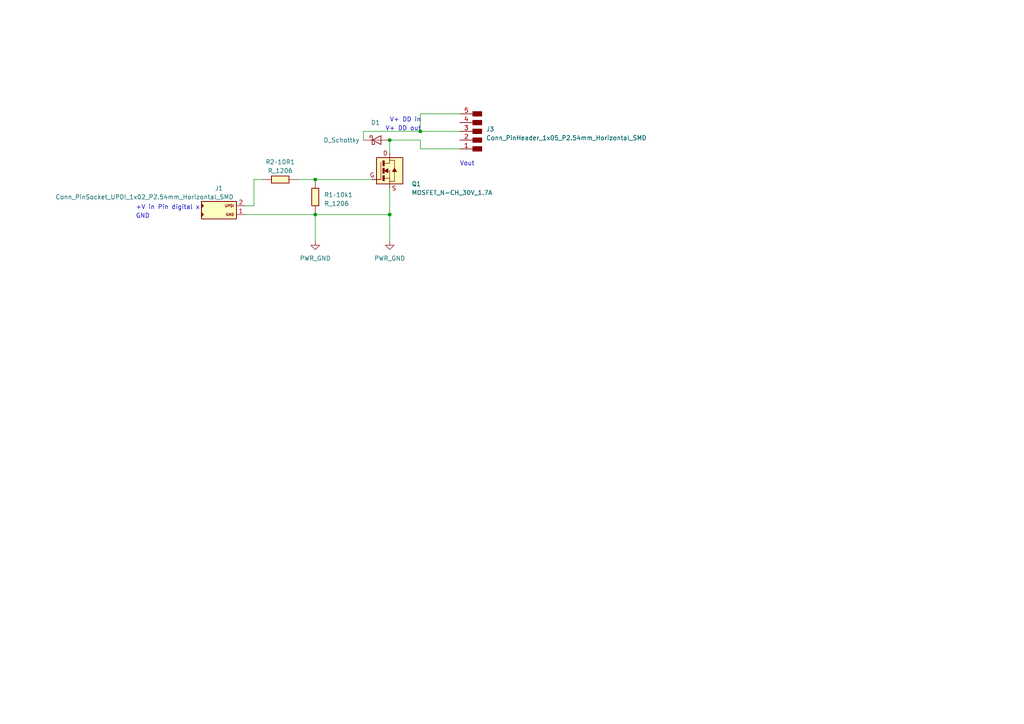
<source format=kicad_sch>
(kicad_sch (version 20230121) (generator eeschema)
  (paper "A4")
  (lib_symbols
    (symbol "fab:Conn_PinHeader_1x05_P2.54mm_Horizontal_SMD" (pin_names hide)
      (property "Reference" "J" (at 0 7.62 0))
      (property "Value" "Conn_PinHeader_1x05_P2.54mm_Horizontal_SMD" (at 0 -7.62 0))
      (symbol "Conn_PinHeader_1x05_P2.54mm_Horizontal_SMD_1_1"
        (rectangle (start -1.27 -4.445) (end 1.27 -5.715) (stroke (width 0.254)) (fill (type outline)))
        (rectangle (start -1.27 -1.905) (end 1.27 -3.175) (stroke (width 0.254)) (fill (type outline)))
        (rectangle (start -1.27 0.635) (end 1.27 -0.635) (stroke (width 0.254)) (fill (type outline)))
        (rectangle (start -1.27 3.175) (end 1.27 1.905) (stroke (width 0.254)) (fill (type outline)))
        (rectangle (start -1.27 5.715) (end 1.27 4.445) (stroke (width 0.254)) (fill (type outline)))
        (pin passive line (at 5.08 5.08 180) (length 3.81) (name "Pin_1") (number "1"))
        (pin passive line (at 5.08 2.54 180) (length 3.81) (name "Pin_2") (number "2"))
        (pin passive line (at 5.08 0 180) (length 3.81) (name "Pin_3") (number "3"))
        (pin passive line (at 5.08 -2.54 180) (length 3.81) (name "Pin_4") (number "4"))
        (pin passive line (at 5.08 -5.08 180) (length 3.81) (name "Pin_5") (number "5"))
      )
    )
    (symbol "fab:Conn_PinSocket_UPDI_1x02_P2.54mm_Horizontal_SMD"
      (property "Reference" "J" (at 0 3.81 0))
      (property "Value" "Conn_PinSocket_UPDI_1x02_P2.54mm_Horizontal_SMD" (at 0 -3.81 0))
      (symbol "Conn_PinSocket_UPDI_1x02_P2.54mm_Horizontal_SMD_0_0"
        (rectangle (start -5.08 2.54) (end 5.08 -2.54) (stroke (width 0.254)) (fill (type background)))
        (polyline (pts (xy 5.08 -0.635) (xy 4.445 -1.27) (xy 5.08 -1.905) (xy 5.08 -0.635)) (fill (type outline)))
        (polyline (pts (xy 5.08 1.905) (xy 4.445 1.27) (xy 5.08 0.635) (xy 5.08 1.905)) (fill (type outline)))
        (text "GND" (at -4.445 1.27 0) (effects (font (size 0.75 0.75)) (justify left)))
        (text "UPDI" (at -4.445 -1.27 0) (effects (font (size 0.75 0.75)) (justify left)))
      )
      (symbol "Conn_PinSocket_UPDI_1x02_P2.54mm_Horizontal_SMD_1_1"
        (pin passive line (at -7.62 1.27 0) (length 2.54) (name "") (number "1"))
        (pin passive line (at -7.62 -1.27 0) (length 2.54) (name "") (number "2"))
      )
    )
    (symbol "fab:D_Schottky" (pin_numbers hide) (pin_names (offset 1.016) hide)
      (property "Reference" "D" (at 0 2.54 0))
      (property "Value" "D_Schottky" (at 0 -2.54 0))
      (symbol "D_Schottky_0_1"
        (polyline (pts (xy 1.27 0) (xy -1.27 0)))
        (polyline (pts (xy 1.27 1.27) (xy 1.27 -1.27) (xy -1.27 0) (xy 1.27 1.27)) (stroke (width 0.2032)))
        (polyline (pts (xy -1.905 0.635) (xy -1.905 1.27) (xy -1.27 1.27) (xy -1.27 -1.27) (xy -0.635 -1.27) (xy -0.635 -0.635)) (stroke (width 0.2032)))
      )
      (symbol "D_Schottky_1_1"
        (pin passive line (at -3.81 0 0) (length 2.54) (name "K") (number "1"))
        (pin passive line (at 3.81 0 180) (length 2.54) (name "A") (number "2"))
      )
    )
    (symbol "fab:MOSFET_N-CH_30V_1.7A" (pin_numbers hide) (pin_names (offset 1.016) hide)
      (property "Reference" "Q" (at 1.27 7.62 0))
      (property "Value" "MOSFET_N-CH_30V_1.7A" (at 1.27 5.08 0))
      (symbol "MOSFET_N-CH_30V_1.7A_0_1"
        (rectangle (start -3.81 3.81) (end 3.81 -3.81) (stroke (width 0.254)) (fill (type background)))
      )
      (symbol "MOSFET_N-CH_30V_1.7A_1_0"
        (polyline (pts (xy -2.54 -2.54) (xy -2.54 2.54)))
        (polyline (pts (xy -1.524 -2.159) (xy 0 -2.159)))
        (polyline (pts (xy -1.524 2.159) (xy 0 2.159)))
        (polyline (pts (xy -0.508 0) (xy 0 0)))
        (polyline (pts (xy 0 -2.159) (xy 0 -2.54)))
        (polyline (pts (xy 0 0) (xy 0 -2.159)))
        (polyline (pts (xy 0 2.159) (xy 0 2.54)))
        (polyline (pts (xy 0 3.048) (xy 1.397 3.048)))
        (polyline (pts (xy 1.397 -3.048) (xy 0 -3.048)))
        (polyline (pts (xy 1.397 -0.254) (xy 1.397 -3.048)))
        (polyline (pts (xy 1.397 3.048) (xy 1.397 0.762)))
        (text "D" (at -1.27 5.08 0) (effects (font (size 1.27 1.27))))
        (text "G" (at -5.08 -1.27 0) (effects (font (size 1.27 1.27))))
        (text "S" (at 1.27 -5.08 0) (effects (font (size 1.27 1.27))))
      )
      (symbol "MOSFET_N-CH_30V_1.7A_1_1"
        (rectangle (start -2.032 -2.921) (end -1.524 -1.397) (fill (type outline)))
        (rectangle (start -2.032 -0.762) (end -1.524 0.762) (fill (type outline)))
        (rectangle (start -2.032 1.397) (end -1.524 2.921) (fill (type outline)))
        (polyline (pts (xy -1.524 0) (xy -0.508 0.635) (xy -0.508 0.635) (xy -0.508 -0.635) (xy -0.508 -0.635) (xy -1.524 0)) (fill (type outline)))
        (polyline (pts (xy 1.397 0.762) (xy 2.032 -0.254) (xy 2.032 -0.254) (xy 0.762 -0.254) (xy 0.762 -0.254) (xy 1.397 0.762)) (fill (type outline)))
        (pin passive line (at -5.08 -2.54 0) (length 2.54) (name "G") (number "1"))
        (pin passive line (at 0 -5.08 90) (length 2.54) (name "S") (number "2"))
        (pin passive line (at 0 5.08 270) (length 2.54) (name "D") (number "3"))
      )
    )
    (symbol "fab:PWR_GND" (power) (pin_names (offset 0))
      (property "Value" "PWR_GND" (at 0 -3.81 0))
      (symbol "PWR_GND_0_1"
        (polyline (pts (xy 0 0) (xy 0 -1.27) (xy 1.27 -1.27) (xy 0 -2.54) (xy -1.27 -1.27) (xy 0 -1.27)))
      )
      (symbol "PWR_GND_1_1"
        (pin power_in line (at 0 0 270) (length 0) hide (name "PWR_GND") (number "1"))
      )
    )
    (symbol "fab:R_1206" (pin_numbers hide) (pin_names (offset 0))
      (property "Reference" "R" (at 2.54 0 90))
      (property "Value" "R_1206" (at -2.54 0 90))
      (symbol "R_1206_0_1"
        (rectangle (start -1.016 -2.54) (end 1.016 2.54) (stroke (width 0.254)) (fill (type background)))
      )
      (symbol "R_1206_1_1"
        (pin passive line (at 0 5.08 270) (length 2.54) (name "~") (number "1"))
        (pin passive line (at 0 -5.08 90) (length 2.54) (name "~") (number "2"))
      )
    )
  )
  (junction (at 91.44 52.07))
  (junction (at 113.03 40.64))
  (junction (at 91.44 62.23))
  (junction (at 121.92 38.1))
  (junction (at 113.03 62.23))
  (wire (pts (xy 121.92 43.18) (xy 133.35 43.18)))
  (wire (pts (xy 73.66 52.07) (xy 76.2 52.07)))
  (wire (pts (xy 121.92 33.02) (xy 133.35 33.02)))
  (wire (pts (xy 73.66 59.69) (xy 73.66 52.07)))
  (wire (pts (xy 105.41 40.64) (xy 105.41 38.1)))
  (wire (pts (xy 113.03 40.64) (xy 113.03 44.45)))
  (wire (pts (xy 121.92 33.02) (xy 121.92 38.1)))
  (wire (pts (xy 91.44 62.23) (xy 113.03 62.23)))
  (wire (pts (xy 71.12 62.23) (xy 91.44 62.23)))
  (wire (pts (xy 91.44 62.23) (xy 91.44 69.85)))
  (wire (pts (xy 113.03 62.23) (xy 113.03 54.61)))
  (wire (pts (xy 121.92 40.64) (xy 121.92 43.18)))
  (wire (pts (xy 121.92 38.1) (xy 133.35 38.1)))
  (wire (pts (xy 71.12 59.69) (xy 73.66 59.69)))
  (wire (pts (xy 91.44 52.07) (xy 107.95 52.07)))
  (wire (pts (xy 105.41 38.1) (xy 121.92 38.1)))
  (wire (pts (xy 113.03 40.64) (xy 121.92 40.64)))
  (wire (pts (xy 113.03 62.23) (xy 113.03 69.85)))
  (wire (pts (xy 86.36 52.07) (xy 91.44 52.07)))
  (text "Vout" (at 133.35 48.26 0) (effects (font (size 1.27 1.27)) (justify left bottom)))
  (text "GND" (at 39.37 63.5 0) (effects (font (size 1.27 1.27)) (justify left bottom)))
  (text "V+ DD out" (at 111.76 38.1 0) (effects (font (size 1.27 1.27)) (justify left bottom)))
  (text "+V in Pin digital x\n" (at 39.37 60.96 0) (effects (font (size 1.27 1.27)) (justify left bottom)))
  (text "V+ DD in" (at 113.03 35.56 0) (effects (font (size 1.27 1.27)) (justify left bottom)))
  (symbol (lib_id "fab:R_1206") (at 81.28 52.07 90) (unit 1)
    (property "Reference" "R2·10R1" (at 81.28 46.99 90))
    (property "Value" "R_1206" (at 81.28 49.53 90))
    (property "Footprint" "fab:R_1206" (effects hide))
  )
  (symbol (lib_id "fab:PWR_GND") (at 91.44 69.85 0) (unit 1)
    (property "Reference" "#PWR01" (effects hide))
    (property "Value" "PWR_GND" (at 91.44 74.93 0))
  )
  (symbol (lib_id "fab:PWR_GND") (at 113.03 69.85 0) (unit 1)
    (property "Reference" "#PWR02" (effects hide))
    (property "Value" "PWR_GND" (at 113.03 74.93 0))
  )
  (symbol (lib_id "fab:R_1206") (at 91.44 57.15 0) (unit 1)
    (property "Reference" "R1·10k1" (at 93.98 56.515 0) (effects (justify left)))
    (property "Value" "R_1206" (at 93.98 59.055 0) (effects (justify left)))
    (property "Footprint" "fab:R_1206" (effects hide))
  )
  (symbol (lib_id "fab:Conn_PinSocket_UPDI_1x02_P2.54mm_Horizontal_SMD") (at 63.5 60.96 180) (unit 1)
    (property "Reference" "J1" (at 63.5 54.61 0))
    (property "Value" "Conn_PinSocket_UPDI_1x02_P2.54mm_Horizontal_SMD" (at 41.91 57.15 0))
    (property "Footprint" "fab:PinSocket_1x02_P2.54mm_Horizontal_SMD" (effects hide))
  )
  (symbol (lib_id "fab:Conn_PinHeader_1x05_P2.54mm_Horizontal_SMD") (at 138.43 38.1 180) (unit 1)
    (property "Reference" "J3" (at 140.97 37.465 0) (effects (justify right)))
    (property "Value" "Conn_PinHeader_1x05_P2.54mm_Horizontal_SMD" (at 140.97 40.005 0) (effects (justify right)))
    (property "Footprint" "fab:PinHeader_1x05_P2.54mm_Horizontal_SMD" (effects hide))
  )
  (symbol (lib_id "fab:MOSFET_N-CH_30V_1.7A") (at 113.03 49.53 0) (unit 1)
    (property "Reference" "Q1" (at 119.38 53.34 0) (effects (justify left)))
    (property "Value" "MOSFET_N-CH_30V_1.7A" (at 119.38 55.88 0) (effects (justify left)))
    (property "Footprint" "fab:SOT-23" (effects hide))
    (property "Datasheet" "https://www.onsemi.com/pub/Collateral/NDS355AN-D.PDF" (effects hide))
  )
  (symbol (lib_id "fab:D_Schottky") (at 109.22 40.64 0) (unit 1)
    (property "Reference" "D1" (at 108.9025 35.56 0))
    (property "Value" "D_Schottky" (at 99.06 40.64 0))
    (property "Footprint" "fab:SOD-123" (effects hide))
    (property "Datasheet" "https://www.st.com/content/ccc/resource/technical/document/datasheet/c6/32/d4/4a/28/d3/4b/11/CD00004930.pdf/files/CD00004930.pdf/jcr:content/translations/en.CD00004930.pdf" (effects hide))
  )
)
</source>
